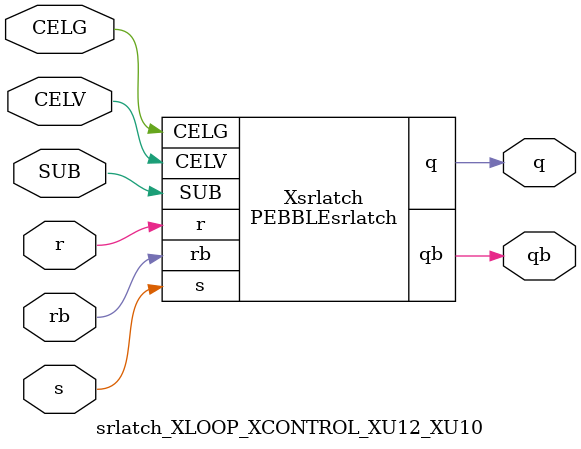
<source format=v>



module PEBBLEsrlatch ( q, qb, CELG, CELV, SUB, r, rb, s );

  input CELV;
  input s;
  output q;
  input rb;
  input r;
  input SUB;
  input CELG;
  output qb;
endmodule

//Celera Confidential Do Not Copy srlatch_XLOOP_XCONTROL_XU12_XU10
//Celera Confidential Symbol Generator
//SR Latch
module srlatch_XLOOP_XCONTROL_XU12_XU10 (CELV,CELG,s,r,rb,q,qb,SUB);
input CELV;
input CELG;
input s;
input r;
input rb;
input SUB;
output q;
output qb;

//Celera Confidential Do Not Copy srlatch
PEBBLEsrlatch Xsrlatch(
.CELV (CELV),
.r (r),
.s (s),
.q (q),
.qb (qb),
.rb (rb),
.SUB (SUB),
.CELG (CELG)
);
//,diesize,PEBBLEsrlatch

//Celera Confidential Do Not Copy Module End
//Celera Schematic Generator
endmodule

</source>
